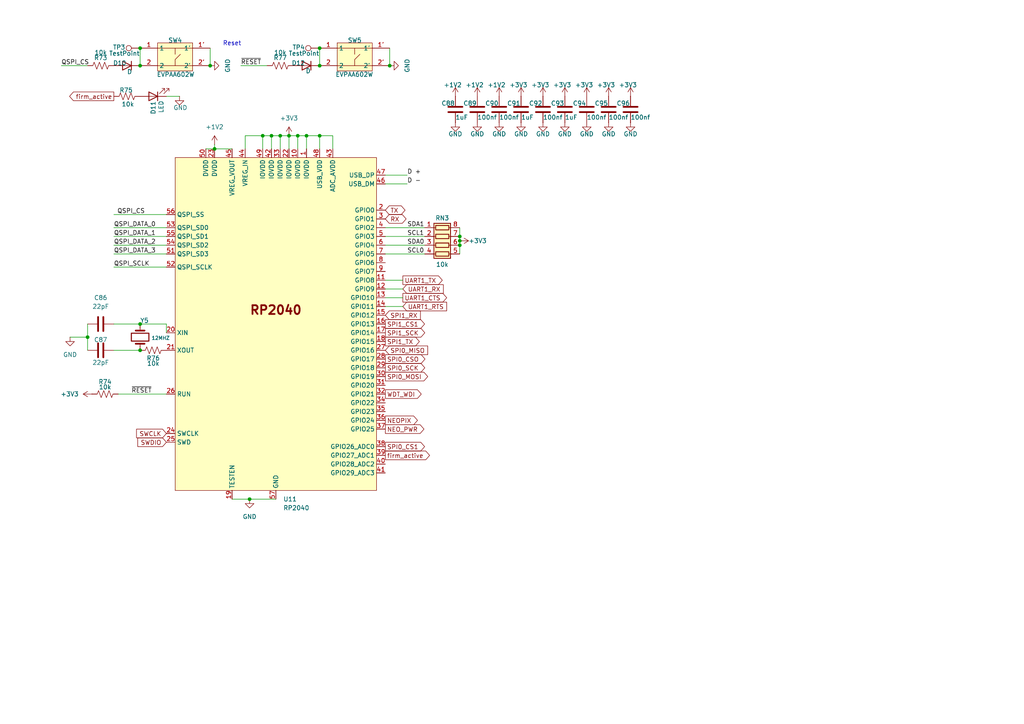
<source format=kicad_sch>
(kicad_sch (version 20250114) (generator "eeschema") (generator_version "9.0")
  (paper "A4")
  (title_block (date "2025-04-01") (rev "1") (company "Bronco Space") (comment 1 "SCALES") (comment 2 "By John Pollak"))
  (lib_symbols
    (symbol "Connector:TestPoint" (pin_numbers (hide yes)) (pin_names (offset 0.762) (hide yes))
      (property "Reference" "TP" (at 0 6.858 0))
      (property "Value" "TestPoint" (at 0 5.08 0))
      (symbol "TestPoint_0_1"
        (circle (center 0 3.302) (radius 0.762))
      )
      (symbol "TestPoint_1_1"
        (pin passive line (at 0 0 90) (length 2.54) (name "1") (number "1"))
      )
    )
    (symbol "Device:C" (pin_numbers (hide yes)) (pin_names (offset 0.254))
      (property "Reference" "C" (at 0.635 2.54 0))
      (property "Value" "C" (at 0.635 -2.54 0))
      (symbol "C_0_1"
        (polyline (pts (xy -2.032 0.762) (xy 2.032 0.762)) (stroke (width 0.508)))
        (polyline (pts (xy -2.032 -0.762) (xy 2.032 -0.762)) (stroke (width 0.508)))
      )
      (symbol "C_1_1"
        (pin passive line (at 0 3.81 270) (length 2.794) (name "~") (number "1"))
        (pin passive line (at 0 -3.81 90) (length 2.794) (name "~") (number "2"))
      )
    )
    (symbol "Device:Crystal" (pin_numbers (hide yes)) (pin_names (offset 1.016) (hide yes))
      (property "Reference" "Y" (at 0 3.81 0))
      (property "Value" "Crystal" (at 0 -3.81 0))
      (symbol "Crystal_0_1"
        (polyline (pts (xy -2.54 0) (xy -1.905 0)))
        (polyline (pts (xy -1.905 -1.27) (xy -1.905 1.27)) (stroke (width 0.508)))
        (rectangle (start -1.143 2.54) (end 1.143 -2.54) (stroke (width 0.3048)))
        (polyline (pts (xy 1.905 -1.27) (xy 1.905 1.27)) (stroke (width 0.508)))
        (polyline (pts (xy 2.54 0) (xy 1.905 0)))
      )
      (symbol "Crystal_1_1"
        (pin passive line (at -3.81 0 0) (length 1.27) (name "1") (number "1"))
        (pin passive line (at 3.81 0 180) (length 1.27) (name "2") (number "2"))
      )
    )
    (symbol "Device:D" (pin_numbers (hide yes)) (pin_names (offset 1.016) (hide yes))
      (property "Reference" "D" (at 0 2.54 0))
      (property "Value" "D" (at 0 -2.54 0))
      (symbol "D_0_1"
        (polyline (pts (xy -1.27 1.27) (xy -1.27 -1.27)) (stroke (width 0.254)))
        (polyline (pts (xy 1.27 1.27) (xy 1.27 -1.27) (xy -1.27 0) (xy 1.27 1.27)) (stroke (width 0.254)))
        (polyline (pts (xy 1.27 0) (xy -1.27 0)))
      )
      (symbol "D_1_1"
        (pin passive line (at -3.81 0 0) (length 2.54) (name "K") (number "1"))
        (pin passive line (at 3.81 0 180) (length 2.54) (name "A") (number "2"))
      )
    )
    (symbol "Device:LED" (pin_numbers (hide yes)) (pin_names (offset 1.016) (hide yes))
      (property "Reference" "D" (at 0 2.54 0))
      (property "Value" "LED" (at 0 -2.54 0))
      (symbol "LED_0_1"
        (polyline (pts (xy -3.048 -0.762) (xy -4.572 -2.286) (xy -3.81 -2.286) (xy -4.572 -2.286) (xy -4.572 -1.524)))
        (polyline (pts (xy -1.778 -0.762) (xy -3.302 -2.286) (xy -2.54 -2.286) (xy -3.302 -2.286) (xy -3.302 -1.524)))
        (polyline (pts (xy -1.27 0) (xy 1.27 0)))
        (polyline (pts (xy -1.27 -1.27) (xy -1.27 1.27)) (stroke (width 0.254)))
        (polyline (pts (xy 1.27 -1.27) (xy 1.27 1.27) (xy -1.27 0) (xy 1.27 -1.27)) (stroke (width 0.254)))
      )
      (symbol "LED_1_1"
        (pin passive line (at -3.81 0 0) (length 2.54) (name "K") (number "1"))
        (pin passive line (at 3.81 0 180) (length 2.54) (name "A") (number "2"))
      )
    )
    (symbol "Device:R_Pack04" (pin_names (offset 0) (hide yes))
      (property "Reference" "RN" (at -7.62 0 90))
      (property "Value" "R_Pack04" (at 5.08 0 90))
      (symbol "R_Pack04_0_1"
        (rectangle (start -6.35 -2.413) (end 3.81 2.413) (stroke (width 0.254)) (fill (type background)))
        (rectangle (start -5.715 1.905) (end -4.445 -1.905) (stroke (width 0.254)))
        (polyline (pts (xy -5.08 1.905) (xy -5.08 2.54)))
        (polyline (pts (xy -5.08 -2.54) (xy -5.08 -1.905)))
        (rectangle (start -3.175 1.905) (end -1.905 -1.905) (stroke (width 0.254)))
        (polyline (pts (xy -2.54 1.905) (xy -2.54 2.54)))
        (polyline (pts (xy -2.54 -2.54) (xy -2.54 -1.905)))
        (rectangle (start -0.635 1.905) (end 0.635 -1.905) (stroke (width 0.254)))
        (polyline (pts (xy 0 1.905) (xy 0 2.54)))
        (polyline (pts (xy 0 -2.54) (xy 0 -1.905)))
        (rectangle (start 1.905 1.905) (end 3.175 -1.905) (stroke (width 0.254)))
        (polyline (pts (xy 2.54 1.905) (xy 2.54 2.54)))
        (polyline (pts (xy 2.54 -2.54) (xy 2.54 -1.905)))
      )
      (symbol "R_Pack04_1_1"
        (pin passive line (at -5.08 5.08 270) (length 2.54) (name "R1.2") (number "8"))
        (pin passive line (at -5.08 -5.08 90) (length 2.54) (name "R1.1") (number "1"))
        (pin passive line (at -2.54 5.08 270) (length 2.54) (name "R2.2") (number "7"))
        (pin passive line (at -2.54 -5.08 90) (length 2.54) (name "R2.1") (number "2"))
        (pin passive line (at 0 5.08 270) (length 2.54) (name "R3.2") (number "6"))
        (pin passive line (at 0 -5.08 90) (length 2.54) (name "R3.1") (number "3"))
        (pin passive line (at 2.54 5.08 270) (length 2.54) (name "R4.2") (number "5"))
        (pin passive line (at 2.54 -5.08 90) (length 2.54) (name "R4.1") (number "4"))
      )
    )
    (symbol "Device:R_US" (pin_numbers (hide yes)) (pin_names (offset 0))
      (property "Reference" "R" (at 2.54 0 90))
      (property "Value" "R_US" (at -2.54 0 90))
      (symbol "R_US_0_1"
        (polyline (pts (xy 0 2.286) (xy 0 2.54)))
        (polyline (pts (xy 0 2.286) (xy 1.016 1.905) (xy 0 1.524) (xy -1.016 1.143) (xy 0 0.762)))
        (polyline (pts (xy 0 0.762) (xy 1.016 0.381) (xy 0 0) (xy -1.016 -0.381) (xy 0 -0.762)))
        (polyline (pts (xy 0 -0.762) (xy 1.016 -1.143) (xy 0 -1.524) (xy -1.016 -1.905) (xy 0 -2.286)))
        (polyline (pts (xy 0 -2.286) (xy 0 -2.54)))
      )
      (symbol "R_US_1_1"
        (pin passive line (at 0 3.81 270) (length 1.27) (name "~") (number "1"))
        (pin passive line (at 0 -3.81 90) (length 1.27) (name "~") (number "2"))
      )
    )
    (symbol "easyeda2kicad:EVPAA602W"
      (property "Reference" "SW" (at 0 7.62 0))
      (property "Value" "EVPAA602W" (at 0 -7.62 0))
      (symbol "EVPAA602W_0_1"
        (rectangle (start -5.08 4.06) (end 5.08 -4.06) (fill (type background)))
        (polyline (pts (xy -5.08 2.54) (xy 5.08 2.54)))
        (polyline (pts (xy -5.08 -2.54) (xy 5.08 -2.54)))
        (polyline (pts (xy 0 2.54) (xy 0 1.02) (xy 0 0.76)))
        (polyline (pts (xy 0 -2.54) (xy 0 -0.76) (xy 1.52 0.76)))
        (pin unspecified line (at -10.16 2.54 0) (length 5.08) (name "1") (number "1"))
        (pin unspecified line (at -10.16 -2.54 0) (length 5.08) (name "2") (number "2"))
        (pin unspecified line (at 10.16 2.54 180) (length 5.08) (name "1'") (number "1'"))
        (pin unspecified line (at 10.16 -2.54 180) (length 5.08) (name "2'") (number "2'"))
      )
    )
    (symbol "easyeda2kicad:RP2040"
      (property "Reference" "U1" (at 2.1433 -48.26 0))
      (property "Value" "RP2040" (at 2.1433 -50.8 0))
      (symbol "RP2040_0_1"
        (rectangle (start -29.21 50.8) (end 29.21 -45.72) (fill (type background)))
        (pin bidirectional line (at -31.75 34.29 0) (length 2.54) (name "QSPI_SS") (number "56"))
        (pin bidirectional line (at -31.75 30.48 0) (length 2.54) (name "QSPI_SD0") (number "53"))
        (pin bidirectional line (at -31.75 27.94 0) (length 2.54) (name "QSPI_SD1") (number "55"))
        (pin bidirectional line (at -31.75 25.4 0) (length 2.54) (name "QSPI_SD2") (number "54"))
        (pin bidirectional line (at -31.75 22.86 0) (length 2.54) (name "QSPI_SD3") (number "51"))
        (pin output line (at -31.75 19.05 0) (length 2.54) (name "QSPI_SCLK") (number "52"))
        (pin input line (at -31.75 0 0) (length 2.54) (name "XIN") (number "20"))
        (pin unspecified line (at -31.75 -5.08 0) (length 2.54) (name "XOUT") (number "21"))
        (pin input line (at -31.75 -17.78 0) (length 2.54) (name "RUN") (number "26"))
        (pin output line (at -31.75 -29.21 0) (length 2.54) (name "SWCLK") (number "24"))
        (pin bidirectional line (at -31.75 -31.75 0) (length 2.54) (name "SWD") (number "25"))
        (pin bidirectional line (at -20.32 53.34 270) (length 2.54) (name "DVDD") (number "50"))
        (pin bidirectional line (at -17.78 53.34 270) (length 2.54) (name "DVDD") (number "23"))
        (pin bidirectional line (at -12.7 53.34 270) (length 2.54) (name "VREG_VOUT") (number "45"))
        (pin unspecified line (at -12.7 -48.26 90) (length 2.54) (name "TESTEN") (number "19"))
        (pin bidirectional line (at -8.89 53.34 270) (length 2.54) (name "VREG_IN") (number "44"))
        (pin bidirectional line (at -3.81 53.34 270) (length 2.54) (name "IOVDD") (number "49"))
        (pin bidirectional line (at -1.27 53.34 270) (length 2.54) (name "IOVDD") (number "42"))
        (pin bidirectional line (at 0 -48.26 90) (length 2.54) (name "GND") (number "57"))
        (pin bidirectional line (at 1.27 53.34 270) (length 2.54) (name "IOVDD") (number "33"))
        (pin bidirectional line (at 3.81 53.34 270) (length 2.54) (name "IOVDD") (number "22"))
        (pin bidirectional line (at 6.35 53.34 270) (length 2.54) (name "IOVDD") (number "10"))
        (pin bidirectional line (at 8.89 53.34 270) (length 2.54) (name "IOVDD") (number "1"))
        (pin bidirectional line (at 12.7 53.34 270) (length 2.54) (name "USB_VDD") (number "48"))
        (pin bidirectional line (at 16.51 53.34 270) (length 2.54) (name "ADC_AVDD") (number "43"))
        (pin bidirectional line (at 31.75 45.72 180) (length 2.54) (name "USB_DP") (number "47"))
        (pin bidirectional line (at 31.75 43.18 180) (length 2.54) (name "USB_DM") (number "46"))
        (pin bidirectional line (at 31.75 35.56 180) (length 2.54) (name "GPIO0") (number "2"))
        (pin bidirectional line (at 31.75 33.02 180) (length 2.54) (name "GPIO1") (number "3"))
        (pin bidirectional line (at 31.75 30.48 180) (length 2.54) (name "GPIO2") (number "4"))
        (pin bidirectional line (at 31.75 27.94 180) (length 2.54) (name "GPIO3") (number "5"))
        (pin bidirectional line (at 31.75 25.4 180) (length 2.54) (name "GPIO4") (number "6"))
        (pin bidirectional line (at 31.75 22.86 180) (length 2.54) (name "GPIO5") (number "7"))
        (pin bidirectional line (at 31.75 20.32 180) (length 2.54) (name "GPIO6") (number "8"))
        (pin bidirectional line (at 31.75 17.78 180) (length 2.54) (name "GPIO7") (number "9"))
        (pin bidirectional line (at 31.75 15.24 180) (length 2.54) (name "GPIO8") (number "11"))
        (pin bidirectional line (at 31.75 12.7 180) (length 2.54) (name "GPIO9") (number "12"))
        (pin bidirectional line (at 31.75 10.16 180) (length 2.54) (name "GPIO10") (number "13"))
        (pin bidirectional line (at 31.75 7.62 180) (length 2.54) (name "GPIO11") (number "14"))
        (pin bidirectional line (at 31.75 5.08 180) (length 2.54) (name "GPIO12") (number "15"))
        (pin bidirectional line (at 31.75 2.54 180) (length 2.54) (name "GPIO13") (number "16"))
        (pin bidirectional line (at 31.75 0 180) (length 2.54) (name "GPIO14") (number "17"))
        (pin bidirectional line (at 31.75 -2.54 180) (length 2.54) (name "GPIO15") (number "18"))
        (pin bidirectional line (at 31.75 -5.08 180) (length 2.54) (name "GPIO16") (number "27"))
        (pin bidirectional line (at 31.75 -7.62 180) (length 2.54) (name "GPIO17") (number "28"))
        (pin bidirectional line (at 31.75 -10.16 180) (length 2.54) (name "GPIO18") (number "29"))
        (pin bidirectional line (at 31.75 -12.7 180) (length 2.54) (name "GPIO19") (number "30"))
        (pin bidirectional line (at 31.75 -15.24 180) (length 2.54) (name "GPIO20") (number "31"))
        (pin bidirectional line (at 31.75 -17.78 180) (length 2.54) (name "GPIO21") (number "32"))
        (pin bidirectional line (at 31.75 -20.32 180) (length 2.54) (name "GPIO22") (number "34"))
        (pin bidirectional line (at 31.75 -22.86 180) (length 2.54) (name "GPIO23") (number "35"))
        (pin bidirectional line (at 31.75 -25.4 180) (length 2.54) (name "GPIO24") (number "36"))
        (pin bidirectional line (at 31.75 -27.94 180) (length 2.54) (name "GPIO25") (number "37"))
        (pin bidirectional line (at 31.75 -33.02 180) (length 2.54) (name "GPIO26_ADC0") (number "38"))
        (pin bidirectional line (at 31.75 -35.56 180) (length 2.54) (name "GPIO27_ADC1") (number "39"))
        (pin bidirectional line (at 31.75 -38.1 180) (length 2.54) (name "GPIO28_ADC2") (number "40"))
        (pin bidirectional line (at 31.75 -40.64 180) (length 2.54) (name "GPIO29_ADC3") (number "41"))
      )
      (symbol "RP2040_1_1"
        (text "RP2040" (at 0 6.604 0) (effects (font (size 2.54 2.54) (thickness 0.508) (bold yes))))
      )
    )
    (symbol "power:+1V2" (power) (pin_numbers (hide yes)) (pin_names (offset 0) (hide yes))
      (property "Value" "+1V2" (at 0 3.556 0))
      (symbol "+1V2_0_1"
        (polyline (pts (xy -0.762 1.27) (xy 0 2.54)))
        (polyline (pts (xy 0 2.54) (xy 0.762 1.27)))
        (polyline (pts (xy 0 0) (xy 0 2.54)))
      )
      (symbol "+1V2_1_1"
        (pin power_in line (at 0 0 90) (length 0) (name "~") (number "1"))
      )
    )
    (symbol "power:+3V3" (power) (pin_numbers (hide yes)) (pin_names (offset 0) (hide yes))
      (property "Value" "+3V3" (at 0 3.556 0))
      (symbol "+3V3_0_1"
        (polyline (pts (xy -0.762 1.27) (xy 0 2.54)))
        (polyline (pts (xy 0 2.54) (xy 0.762 1.27)))
        (polyline (pts (xy 0 0) (xy 0 2.54)))
      )
      (symbol "+3V3_1_1"
        (pin power_in line (at 0 0 90) (length 0) (name "~") (number "1"))
      )
    )
    (symbol "power:GND" (power) (pin_numbers (hide yes)) (pin_names (offset 0) (hide yes))
      (property "Value" "GND" (at 0 -3.81 0))
      (symbol "GND_0_1"
        (polyline (pts (xy 0 0) (xy 0 -1.27) (xy 1.27 -1.27) (xy 0 -2.54) (xy -1.27 -1.27) (xy 0 -1.27)))
      )
      (symbol "GND_1_1"
        (pin power_in line (at 0 0 270) (length 0) (name "~") (number "1"))
      )
    )
  )
  (text "Reset" (at 67.31 12.7 0) (effects (font (size 1.27 1.27))))
  (junction (at 60.96 19.05))
  (junction (at 76.2 39.37))
  (junction (at 40.64 19.05))
  (junction (at 40.64 93.98))
  (junction (at 88.9 39.37))
  (junction (at 78.74 39.37))
  (junction (at 62.23 43.18))
  (junction (at 92.71 19.05))
  (junction (at 92.71 39.37))
  (junction (at 72.39 144.78))
  (junction (at 133.35 68.58))
  (junction (at 25.4 97.79))
  (junction (at 83.82 39.37))
  (junction (at 81.28 39.37))
  (junction (at 113.03 19.05))
  (junction (at 133.35 71.12))
  (junction (at 40.64 13.97))
  (junction (at 133.35 69.85))
  (junction (at 40.64 101.6))
  (junction (at 86.36 39.37))
  (junction (at 92.71 13.97))
  (wire (pts (xy 25.4 93.98) (xy 25.4 97.79)))
  (wire (pts (xy 78.74 39.37) (xy 78.74 43.18)))
  (wire (pts (xy 62.23 41.91) (xy 62.23 43.18)))
  (wire (pts (xy 133.35 69.85) (xy 133.35 71.12)))
  (wire (pts (xy 111.76 66.04) (xy 123.19 66.04)))
  (wire (pts (xy 48.26 96.52) (xy 48.26 93.98)))
  (wire (pts (xy 118.11 50.8) (xy 111.76 50.8)))
  (wire (pts (xy 81.28 39.37) (xy 81.28 43.18)))
  (wire (pts (xy 59.69 43.18) (xy 62.23 43.18)))
  (wire (pts (xy 116.84 86.36) (xy 111.76 86.36)))
  (wire (pts (xy 25.4 97.79) (xy 25.4 101.6)))
  (wire (pts (xy 118.11 53.34) (xy 111.76 53.34)))
  (wire (pts (xy 96.52 43.18) (xy 96.52 39.37)))
  (wire (pts (xy 133.35 66.04) (xy 133.35 68.58)))
  (wire (pts (xy 33.02 73.66) (xy 48.26 73.66)))
  (wire (pts (xy 83.82 39.37) (xy 83.82 43.18)))
  (wire (pts (xy 96.52 39.37) (xy 92.71 39.37)))
  (wire (pts (xy 81.28 39.37) (xy 83.82 39.37)))
  (wire (pts (xy 20.32 97.79) (xy 25.4 97.79)))
  (wire (pts (xy 71.12 39.37) (xy 76.2 39.37)))
  (wire (pts (xy 62.23 43.18) (xy 67.31 43.18)))
  (wire (pts (xy 33.02 68.58) (xy 48.26 68.58)))
  (wire (pts (xy 92.71 43.18) (xy 92.71 39.37)))
  (wire (pts (xy 40.64 19.05) (xy 40.64 13.97)))
  (wire (pts (xy 33.02 71.12) (xy 48.26 71.12)))
  (wire (pts (xy 88.9 39.37) (xy 86.36 39.37)))
  (wire (pts (xy 116.84 88.9) (xy 111.76 88.9)))
  (wire (pts (xy 92.71 39.37) (xy 88.9 39.37)))
  (wire (pts (xy 33.02 66.04) (xy 48.26 66.04)))
  (wire (pts (xy 72.39 144.78) (xy 80.01 144.78)))
  (wire (pts (xy 111.76 71.12) (xy 123.19 71.12)))
  (wire (pts (xy 78.74 39.37) (xy 81.28 39.37)))
  (wire (pts (xy 33.02 77.47) (xy 48.26 77.47)))
  (wire (pts (xy 34.29 114.3) (xy 48.26 114.3)))
  (wire (pts (xy 111.76 68.58) (xy 123.19 68.58)))
  (wire (pts (xy 60.96 19.05) (xy 60.96 13.97)))
  (wire (pts (xy 71.12 43.18) (xy 71.12 39.37)))
  (wire (pts (xy 133.35 71.12) (xy 133.35 73.66)))
  (wire (pts (xy 133.35 68.58) (xy 133.35 69.85)))
  (wire (pts (xy 76.2 39.37) (xy 78.74 39.37)))
  (wire (pts (xy 86.36 39.37) (xy 83.82 39.37)))
  (wire (pts (xy 76.2 39.37) (xy 76.2 43.18)))
  (wire (pts (xy 17.78 19.05) (xy 25.4 19.05)))
  (wire (pts (xy 33.02 62.23) (xy 48.26 62.23)))
  (wire (pts (xy 52.07 27.94) (xy 48.26 27.94)))
  (wire (pts (xy 33.02 101.6) (xy 40.64 101.6)))
  (wire (pts (xy 116.84 83.82) (xy 111.76 83.82)))
  (wire (pts (xy 111.76 73.66) (xy 123.19 73.66)))
  (wire (pts (xy 116.84 81.28) (xy 111.76 81.28)))
  (wire (pts (xy 86.36 43.18) (xy 86.36 39.37)))
  (wire (pts (xy 92.71 19.05) (xy 92.71 13.97)))
  (wire (pts (xy 48.26 93.98) (xy 40.64 93.98)))
  (wire (pts (xy 67.31 144.78) (xy 72.39 144.78)))
  (wire (pts (xy 113.03 19.05) (xy 113.03 13.97)))
  (wire (pts (xy 69.85 19.05) (xy 77.47 19.05)))
  (wire (pts (xy 33.02 93.98) (xy 40.64 93.98)))
  (wire (pts (xy 88.9 43.18) (xy 88.9 39.37)))
  (label "QSPI_DATA_0" (at 33.02 66.04 0))
  (label "SDA0" (at 118.11 71.12 0))
  (label "QSPI_DATA_3" (at 33.02 73.66 0))
  (label "D -" (at 118.11 53.34 0))
  (label "~{RESET}" (at 69.85 19.05 0))
  (label "QSPI_CS" (at 17.78 19.05 0))
  (label "QSPI_DATA_1" (at 33.02 68.58 0))
  (label "SCL1" (at 118.11 68.58 0))
  (label " QSPI_CS" (at 33.02 62.23 0))
  (label "D +" (at 118.11 50.8 0))
  (label "~{RESET}" (at 38.1 114.3 0))
  (label "SDA1" (at 118.11 66.04 0))
  (label "QSPI_SCLK" (at 33.02 77.47 0))
  (label "QSPI_DATA_2" (at 33.02 71.12 0))
  (label "SCL0" (at 118.11 73.66 0))
  (global_label "SPI0_MOSI" (shape output) (at 111.76 109.22 0) (property "Intersheetrefs" "${INTERSHEET_REFS}" (effects (hide yes))))
  (global_label "SPI0_MISO" (shape input) (at 111.76 101.6 0) (property "Intersheetrefs" "${INTERSHEET_REFS}" (effects (hide yes))))
  (global_label "SPI1_TX" (shape output) (at 111.76 99.06 0) (property "Intersheetrefs" "${INTERSHEET_REFS}" (effects (hide yes))))
  (global_label "SPI1_RX" (shape input) (at 111.76 91.44 0) (property "Intersheetrefs" "${INTERSHEET_REFS}" (effects (hide yes))))
  (global_label "SWCLK" (shape input) (at 48.26 125.73 180) (property "Intersheetrefs" "${INTERSHEET_REFS}" (effects (hide yes))))
  (global_label "firm_active" (shape output) (at 33.02 27.94 180) (property "Intersheetrefs" "${INTERSHEET_REFS}" (effects (hide yes))))
  (global_label "UART1_RX" (shape input) (at 116.84 83.82 0) (property "Intersheetrefs" "${INTERSHEET_REFS}" (effects (hide yes))))
  (global_label "TX" (shape bidirectional) (at 111.76 60.96 0) (property "Intersheetrefs" "${INTERSHEET_REFS}" (effects (hide yes))))
  (global_label "firm_active" (shape output) (at 111.76 132.08 0) (property "Intersheetrefs" "${INTERSHEET_REFS}" (effects (hide yes))))
  (global_label "SPI0_SCK" (shape output) (at 111.76 106.68 0) (property "Intersheetrefs" "${INTERSHEET_REFS}" (effects (hide yes))))
  (global_label "SPI1_SCK" (shape output) (at 111.76 96.52 0) (property "Intersheetrefs" "${INTERSHEET_REFS}" (effects (hide yes))))
  (global_label "WDT_WDI" (shape output) (at 111.76 114.3 0) (property "Intersheetrefs" "${INTERSHEET_REFS}" (effects (hide yes))))
  (global_label "NEOPIX" (shape output) (at 111.76 121.92 0) (property "Intersheetrefs" "${INTERSHEET_REFS}" (effects (hide yes))))
  (global_label "UART1_CTS" (shape output) (at 116.84 86.36 0) (property "Intersheetrefs" "${INTERSHEET_REFS}" (effects (hide yes))))
  (global_label "SPI0_CSO" (shape output) (at 111.76 104.14 0) (property "Intersheetrefs" "${INTERSHEET_REFS}" (effects (hide yes))))
  (global_label "SPI0_CS1" (shape output) (at 111.76 129.54 0) (property "Intersheetrefs" "${INTERSHEET_REFS}" (effects (hide yes))))
  (global_label "SWDIO" (shape input) (at 48.26 128.27 180) (property "Intersheetrefs" "${INTERSHEET_REFS}" (effects (hide yes))))
  (global_label "SPI1_CS1" (shape output) (at 111.76 93.98 0) (property "Intersheetrefs" "${INTERSHEET_REFS}" (effects (hide yes))))
  (global_label "RX" (shape bidirectional) (at 111.76 63.5 0) (property "Intersheetrefs" "${INTERSHEET_REFS}" (effects (hide yes))))
  (global_label "NEO_PWR" (shape output) (at 111.76 124.46 0) (property "Intersheetrefs" "${INTERSHEET_REFS}" (effects (hide yes))))
  (global_label "UART1_TX" (shape output) (at 116.84 81.28 0) (property "Intersheetrefs" "${INTERSHEET_REFS}" (effects (hide yes))))
  (global_label "UART1_RTS" (shape input) (at 116.84 88.9 0) (property "Intersheetrefs" "${INTERSHEET_REFS}" (effects (hide yes))))
  (symbol (lib_id "power:GND") (at 157.48 35.56 0) (unit 1)
    (property "Reference" "#PWR0175" (effects (hide yes)))
    (property "Value" "GND" (at 157.48 38.862 0))
    (property "Description" "Power symbol creates a global label with name \"GND\" , ground" (effects (hide yes)))
  )
  (symbol (lib_id "power:GND") (at 60.96 19.05 90) (unit 1)
    (property "Reference" "#PWR0160" (effects (hide yes)))
    (property "Value" "GND" (at 66.04 19.05 0))
    (property "Description" "Power symbol creates a global label with name \"GND\" , ground" (effects (hide yes)))
  )
  (symbol (lib_id "Device:R_US") (at 81.28 19.05 270) (unit 1)
    (property "Reference" "R77" (at 81.28 16.764 90))
    (property "Value" "10k" (at 81.28 15.24 90))
    (property "Footprint" "Resistor_SMD:R_0603_1608Metric" (effects (hide yes)))
    (property "Description" "Resistor, US symbol" (effects (hide yes)))
  )
  (symbol (lib_id "power:GND") (at 72.39 144.78 0) (unit 1)
    (property "Reference" "#PWR0162" (effects (hide yes)))
    (property "Value" "GND" (at 72.39 149.86 0))
    (property "Description" "Power symbol creates a global label with name \"GND\" , ground" (effects (hide yes)))
  )
  (symbol (lib_id "power:+1V2") (at 62.23 41.91 0) (unit 1)
    (property "Reference" "#PWR0161" (effects (hide yes)))
    (property "Value" "+1V2" (at 62.23 36.83 0))
    (property "Description" "Power symbol creates a global label with name \"+1V2\"" (effects (hide yes)))
  )
  (symbol (lib_id "power:+1V2") (at 144.78 27.94 0) (unit 1)
    (property "Reference" "#PWR0170" (effects (hide yes)))
    (property "Value" "+1V2" (at 144.018 24.638 0))
    (property "Description" "Power symbol creates a global label with name \"+1V2\"" (effects (hide yes)))
  )
  (symbol (lib_id "power:+1V2") (at 132.08 27.94 0) (unit 1)
    (property "Reference" "#PWR0165" (effects (hide yes)))
    (property "Value" "+1V2" (at 131.318 24.638 0))
    (property "Description" "Power symbol creates a global label with name \"+1V2\"" (effects (hide yes)))
  )
  (symbol (lib_id "Device:C") (at 138.43 31.75 180) (unit 1)
    (property "Reference" "C89" (at 134.366 29.972 0) (effects (justify right)))
    (property "Value" "100nf" (at 138.43 34.036 0) (effects (justify right)))
    (property "Footprint" "Capacitor_SMD:C_0402_1005Metric" (effects (hide yes)))
    (property "Description" "Unpolarized capacitor" (effects (hide yes)))
  )
  (symbol (lib_id "Device:R_US") (at 44.45 101.6 90) (unit 1)
    (property "Reference" "R76" (at 44.45 103.886 90))
    (property "Value" "10k" (at 44.45 105.41 90))
    (property "Footprint" "Resistor_SMD:R_0603_1608Metric" (effects (hide yes)))
    (property "Description" "Resistor, US symbol" (effects (hide yes)))
  )
  (symbol (lib_id "power:+1V2") (at 138.43 27.94 0) (unit 1)
    (property "Reference" "#PWR0168" (effects (hide yes)))
    (property "Value" "+1V2" (at 137.668 24.638 0))
    (property "Description" "Power symbol creates a global label with name \"+1V2\"" (effects (hide yes)))
  )
  (symbol (lib_id "power:+3V3") (at 83.82 39.37 0) (unit 1)
    (property "Reference" "#PWR0163" (effects (hide yes)))
    (property "Value" "+3V3" (at 83.82 34.29 0))
    (property "Description" "Power symbol creates a global label with name \"+3V3\"" (effects (hide yes)))
  )
  (symbol (lib_id "power:+3V3") (at 157.48 27.94 0) (unit 1)
    (property "Reference" "#PWR0174" (effects (hide yes)))
    (property "Value" "+3V3" (at 156.718 24.638 0))
    (property "Description" "Power symbol creates a global label with name \"+3V3\"" (effects (hide yes)))
  )
  (symbol (lib_id "Device:D") (at 36.83 19.05 180) (unit 1)
    (property "Reference" "D10" (at 32.766 18.288 0) (effects (justify right)))
    (property "Value" "D" (at 36.83 20.828 0) (effects (justify right)))
    (property "Footprint" "Diode_SMD:D_SOD-323F" (effects (hide yes)))
    (property "Description" "Diode" (effects (hide yes)))
    (property "Sim.Device" "D" (effects (hide yes)))
    (property "Sim.Pins" "1=K 2=A" (effects (hide yes)))
  )
  (symbol (lib_id "Device:C") (at 163.83 31.75 180) (unit 1)
    (property "Reference" "C93" (at 159.766 29.972 0) (effects (justify right)))
    (property "Value" "1uF" (at 163.83 34.036 0) (effects (justify right)))
    (property "Footprint" "Capacitor_SMD:C_0402_1005Metric" (effects (hide yes)))
    (property "Description" "Unpolarized capacitor" (effects (hide yes)))
  )
  (symbol (lib_id "power:GND") (at 138.43 35.56 0) (unit 1)
    (property "Reference" "#PWR0169" (effects (hide yes)))
    (property "Value" "GND" (at 138.43 38.862 0))
    (property "Description" "Power symbol creates a global label with name \"GND\" , ground" (effects (hide yes)))
  )
  (symbol (lib_id "easyeda2kicad:RP2040") (at 80.01 96.52 0) (unit 1)
    (property "Reference" "U11" (at 82.1533 144.78 0) (effects (justify left)))
    (property "Value" "RP2040" (at 82.1533 147.32 0) (effects (justify left)))
    (property "Footprint" "easyeda2kicad:LQFN-56_L7.0-W7.0-P0.4-EP" (effects (hide yes)))
    (property "Datasheet" "https://jlcpcb.com/partdetail/RaspberryPi-RP2040/C2040" (effects (hide yes)))
    (property "LCSC Part" "C2040" (effects (hide yes)))
  )
  (symbol (lib_id "Device:C") (at 170.18 31.75 180) (unit 1)
    (property "Reference" "C94" (at 166.116 29.972 0) (effects (justify right)))
    (property "Value" "100nf" (at 170.18 34.036 0) (effects (justify right)))
    (property "Footprint" "Capacitor_SMD:C_0402_1005Metric" (effects (hide yes)))
    (property "Description" "Unpolarized capacitor" (effects (hide yes)))
  )
  (symbol (lib_id "power:GND") (at 132.08 35.56 0) (unit 1)
    (property "Reference" "#PWR0166" (effects (hide yes)))
    (property "Value" "GND" (at 132.08 38.862 0))
    (property "Description" "Power symbol creates a global label with name \"GND\" , ground" (effects (hide yes)))
  )
  (symbol (lib_id "Connector:TestPoint") (at 40.64 13.97 90) (unit 1)
    (property "Reference" "TP3" (at 34.544 13.716 90))
    (property "Value" "TestPoint" (at 36.068 15.494 90))
    (property "Description" "test point" (effects (hide yes)))
  )
  (symbol (lib_id "power:GND") (at 113.03 19.05 90) (unit 1)
    (property "Reference" "#PWR0164" (effects (hide yes)))
    (property "Value" "GND" (at 118.11 19.05 0))
    (property "Description" "Power symbol creates a global label with name \"GND\" , ground" (effects (hide yes)))
  )
  (symbol (lib_id "Device:R_US") (at 30.48 114.3 90) (unit 1)
    (property "Reference" "R74" (at 30.48 110.744 90))
    (property "Value" "10k" (at 30.48 112.268 90))
    (property "Footprint" "Resistor_SMD:R_0603_1608Metric" (effects (hide yes)))
    (property "Description" "Resistor, US symbol" (effects (hide yes)))
  )
  (symbol (lib_id "power:+3V3") (at 182.88 27.94 0) (unit 1)
    (property "Reference" "#PWR0182" (effects (hide yes)))
    (property "Value" "+3V3" (at 182.118 24.638 0))
    (property "Description" "Power symbol creates a global label with name \"+3V3\"" (effects (hide yes)))
  )
  (symbol (lib_id "power:+3V3") (at 151.13 27.94 0) (unit 1)
    (property "Reference" "#PWR0172" (effects (hide yes)))
    (property "Value" "+3V3" (at 150.368 24.638 0))
    (property "Description" "Power symbol creates a global label with name \"+3V3\"" (effects (hide yes)))
  )
  (symbol (lib_id "power:+3V3") (at 133.35 69.85 270) (unit 1)
    (property "Reference" "#PWR0167" (effects (hide yes)))
    (property "Value" "+3V3" (at 135.89 69.85 90) (effects (justify left)))
    (property "Description" "Power symbol creates a global label with name \"+3V3\"" (effects (hide yes)))
  )
  (symbol (lib_id "power:GND") (at 144.78 35.56 0) (unit 1)
    (property "Reference" "#PWR0171" (effects (hide yes)))
    (property "Value" "GND" (at 144.78 38.862 0))
    (property "Description" "Power symbol creates a global label with name \"GND\" , ground" (effects (hide yes)))
  )
  (symbol (lib_id "power:GND") (at 20.32 97.79 0) (unit 1)
    (property "Reference" "#PWR0157" (effects (hide yes)))
    (property "Value" "GND" (at 20.32 102.87 0))
    (property "Description" "Power symbol creates a global label with name \"GND\" , ground" (effects (hide yes)))
  )
  (symbol (lib_id "Device:C") (at 132.08 31.75 180) (unit 1)
    (property "Reference" "C88" (at 128.016 29.972 0) (effects (justify right)))
    (property "Value" "1uF" (at 132.08 34.036 0) (effects (justify right)))
    (property "Footprint" "Capacitor_SMD:C_0402_1005Metric" (effects (hide yes)))
    (property "Description" "Unpolarized capacitor" (effects (hide yes)))
  )
  (symbol (lib_id "power:+3V3") (at 163.83 27.94 0) (unit 1)
    (property "Reference" "#PWR0176" (effects (hide yes)))
    (property "Value" "+3V3" (at 163.068 24.638 0))
    (property "Description" "Power symbol creates a global label with name \"+3V3\"" (effects (hide yes)))
  )
  (symbol (lib_id "Device:R_Pack04") (at 128.27 71.12 270) (unit 1)
    (property "Reference" "RN3" (at 128.27 63.246 90))
    (property "Value" "10k" (at 128.27 76.708 90))
    (property "Footprint" "Resistor_SMD:R_Array_Convex_4x0603" (effects (hide yes)))
    (property "Description" "4 resistor network, parallel topology" (effects (hide yes)))
  )
  (symbol (lib_id "power:GND") (at 182.88 35.56 0) (unit 1)
    (property "Reference" "#PWR0183" (effects (hide yes)))
    (property "Value" "GND" (at 182.88 38.862 0))
    (property "Description" "Power symbol creates a global label with name \"GND\" , ground" (effects (hide yes)))
  )
  (symbol (lib_id "power:GND") (at 52.07 27.94 0) (unit 1)
    (property "Reference" "#PWR0159" (effects (hide yes)))
    (property "Value" "GND" (at 52.324 31.242 0))
    (property "Description" "Power symbol creates a global label with name \"GND\" , ground" (effects (hide yes)))
  )
  (symbol (lib_id "easyeda2kicad:EVPAA602W") (at 50.8 16.51 0) (unit 1)
    (property "Reference" "SW4" (at 48.768 11.684 0) (effects (justify left)))
    (property "Value" "EVPAA602W" (at 45.466 21.59 0) (effects (justify left)))
    (property "Footprint" "easyeda2kicad:KEY-TH_4P-L3.5-W4.9-P2.80-LS4.3" (effects (hide yes)))
    (property "Datasheet" "https://lcsc.com/product-detail/Tactile-Switches_PANASONIC_EVPAA602W_Switch-3-5-2-9-1-7Plastic-head-3-5N-0-15mm-SMD_C79148.html" (effects (hide yes)))
    (property "LCSC Part" "C79148" (effects (hide yes)))
  )
  (symbol (lib_id "power:GND") (at 163.83 35.56 0) (unit 1)
    (property "Reference" "#PWR0177" (effects (hide yes)))
    (property "Value" "GND" (at 163.83 38.862 0))
    (property "Description" "Power symbol creates a global label with name \"GND\" , ground" (effects (hide yes)))
  )
  (symbol (lib_id "power:+3V3") (at 170.18 27.94 0) (unit 1)
    (property "Reference" "#PWR0178" (effects (hide yes)))
    (property "Value" "+3V3" (at 169.418 24.638 0))
    (property "Description" "Power symbol creates a global label with name \"+3V3\"" (effects (hide yes)))
  )
  (symbol (lib_id "Device:C") (at 182.88 31.75 180) (unit 1)
    (property "Reference" "C96" (at 178.816 29.972 0) (effects (justify right)))
    (property "Value" "100nf" (at 182.88 34.036 0) (effects (justify right)))
    (property "Footprint" "Capacitor_SMD:C_0402_1005Metric" (effects (hide yes)))
    (property "Description" "Unpolarized capacitor" (effects (hide yes)))
  )
  (symbol (lib_id "power:+3V3") (at 26.67 114.3 90) (unit 1)
    (property "Reference" "#PWR0158" (effects (hide yes)))
    (property "Value" "+3V3" (at 22.86 114.2999 90) (effects (justify left)))
    (property "Description" "Power symbol creates a global label with name \"+3V3\"" (effects (hide yes)))
  )
  (symbol (lib_id "Device:LED") (at 44.45 27.94 180) (unit 1)
    (property "Reference" "D11" (at 44.45 31.242 90))
    (property "Value" "LED" (at 46.736 30.988 90))
    (property "Footprint" "LED_SMD:LED_0603_1608Metric" (effects (hide yes)))
    (property "Description" "Light emitting diode" (effects (hide yes)))
    (property "Sim.Pins" "1=K 2=A" (effects (hide yes)))
  )
  (symbol (lib_id "Device:C") (at 176.53 31.75 180) (unit 1)
    (property "Reference" "C95" (at 172.466 29.972 0) (effects (justify right)))
    (property "Value" "100nf" (at 176.53 34.036 0) (effects (justify right)))
    (property "Footprint" "Capacitor_SMD:C_0402_1005Metric" (effects (hide yes)))
    (property "Description" "Unpolarized capacitor" (effects (hide yes)))
  )
  (symbol (lib_id "easyeda2kicad:EVPAA602W") (at 102.87 16.51 0) (unit 1)
    (property "Reference" "SW5" (at 100.838 11.684 0) (effects (justify left)))
    (property "Value" "EVPAA602W" (at 97.282 21.59 0) (effects (justify left)))
    (property "Footprint" "easyeda2kicad:KEY-TH_4P-L3.5-W4.9-P2.80-LS4.3" (effects (hide yes)))
    (property "Datasheet" "https://lcsc.com/product-detail/Tactile-Switches_PANASONIC_EVPAA602W_Switch-3-5-2-9-1-7Plastic-head-3-5N-0-15mm-SMD_C79148.html" (effects (hide yes)))
    (property "LCSC Part" "C79148" (effects (hide yes)))
  )
  (symbol (lib_id "Device:C") (at 157.48 31.75 180) (unit 1)
    (property "Reference" "C92" (at 153.416 29.972 0) (effects (justify right)))
    (property "Value" "100nf" (at 157.48 34.036 0) (effects (justify right)))
    (property "Footprint" "Capacitor_SMD:C_0402_1005Metric" (effects (hide yes)))
    (property "Description" "Unpolarized capacitor" (effects (hide yes)))
  )
  (symbol (lib_id "Device:R_US") (at 29.21 19.05 270) (unit 1)
    (property "Reference" "R73" (at 29.21 16.764 90))
    (property "Value" "10k" (at 29.21 15.24 90))
    (property "Footprint" "Resistor_SMD:R_0603_1608Metric" (effects (hide yes)))
    (property "Description" "Resistor, US symbol" (effects (hide yes)))
  )
  (symbol (lib_id "Device:C") (at 151.13 31.75 180) (unit 1)
    (property "Reference" "C91" (at 147.066 29.972 0) (effects (justify right)))
    (property "Value" "1uF" (at 151.13 34.036 0) (effects (justify right)))
    (property "Footprint" "Capacitor_SMD:C_0402_1005Metric" (effects (hide yes)))
    (property "Description" "Unpolarized capacitor" (effects (hide yes)))
  )
  (symbol (lib_id "power:GND") (at 170.18 35.56 0) (unit 1)
    (property "Reference" "#PWR0179" (effects (hide yes)))
    (property "Value" "GND" (at 170.18 38.862 0))
    (property "Description" "Power symbol creates a global label with name \"GND\" , ground" (effects (hide yes)))
  )
  (symbol (lib_id "Device:C") (at 29.21 93.98 90) (unit 1)
    (property "Reference" "C86" (at 29.21 86.36 90))
    (property "Value" "22pF" (at 29.21 88.9 90))
    (property "Footprint" "Capacitor_SMD:C_0402_1005Metric" (effects (hide yes)))
    (property "Description" "Unpolarized capacitor" (effects (hide yes)))
  )
  (symbol (lib_id "Device:C") (at 29.21 101.6 90) (unit 1)
    (property "Reference" "C87" (at 29.21 98.552 90))
    (property "Value" "22pF" (at 29.21 105.156 90))
    (property "Footprint" "Capacitor_SMD:C_0402_1005Metric" (effects (hide yes)))
    (property "Description" "Unpolarized capacitor" (effects (hide yes)))
  )
  (symbol (lib_id "power:GND") (at 176.53 35.56 0) (unit 1)
    (property "Reference" "#PWR0181" (effects (hide yes)))
    (property "Value" "GND" (at 176.53 38.862 0))
    (property "Description" "Power symbol creates a global label with name \"GND\" , ground" (effects (hide yes)))
  )
  (symbol (lib_id "Device:Crystal") (at 40.64 97.79 90) (unit 1)
    (property "Reference" "Y5" (at 40.64 92.964 90) (effects (justify right)))
    (property "Value" "12MHZ" (at 43.942 98.044 90) (effects (font (size 1.016 1.016)) (justify right)))
    (property "Footprint" "Crystal:Crystal_SMD_2012-2Pin_2.0x1.2mm" (effects (hide yes)))
    (property "Description" "Two pin crystal" (effects (hide yes)))
  )
  (symbol (lib_id "Device:C") (at 144.78 31.75 180) (unit 1)
    (property "Reference" "C90" (at 140.716 29.972 0) (effects (justify right)))
    (property "Value" "100nf" (at 144.78 34.036 0) (effects (justify right)))
    (property "Footprint" "Capacitor_SMD:C_0402_1005Metric" (effects (hide yes)))
    (property "Description" "Unpolarized capacitor" (effects (hide yes)))
  )
  (symbol (lib_id "Device:R_US") (at 36.83 27.94 270) (unit 1)
    (property "Reference" "R75" (at 36.576 26.162 90))
    (property "Value" "10k" (at 37.084 30.226 90))
    (property "Footprint" "Resistor_SMD:R_0603_1608Metric" (effects (hide yes)))
    (property "Description" "Resistor, US symbol" (effects (hide yes)))
  )
  (symbol (lib_id "power:GND") (at 151.13 35.56 0) (unit 1)
    (property "Reference" "#PWR0173" (effects (hide yes)))
    (property "Value" "GND" (at 151.13 38.862 0))
    (property "Description" "Power symbol creates a global label with name \"GND\" , ground" (effects (hide yes)))
  )
  (symbol (lib_id "Device:D") (at 88.9 19.05 180) (unit 1)
    (property "Reference" "D12" (at 84.582 18.288 0) (effects (justify right)))
    (property "Value" "D" (at 88.646 20.574 0) (effects (justify right)))
    (property "Footprint" "Diode_SMD:D_SOD-323F" (effects (hide yes)))
    (property "Description" "Diode" (effects (hide yes)))
    (property "Sim.Device" "D" (effects (hide yes)))
    (property "Sim.Pins" "1=K 2=A" (effects (hide yes)))
  )
  (symbol (lib_id "Connector:TestPoint") (at 92.71 13.97 90) (unit 1)
    (property "Reference" "TP4" (at 86.614 13.716 90))
    (property "Value" "TestPoint" (at 88.138 15.494 90))
    (property "Description" "test point" (effects (hide yes)))
  )
  (symbol (lib_id "power:+3V3") (at 176.53 27.94 0) (unit 1)
    (property "Reference" "#PWR0180" (effects (hide yes)))
    (property "Value" "+3V3" (at 175.768 24.638 0))
    (property "Description" "Power symbol creates a global label with name \"+3V3\"" (effects (hide yes)))
  )
)
</source>
